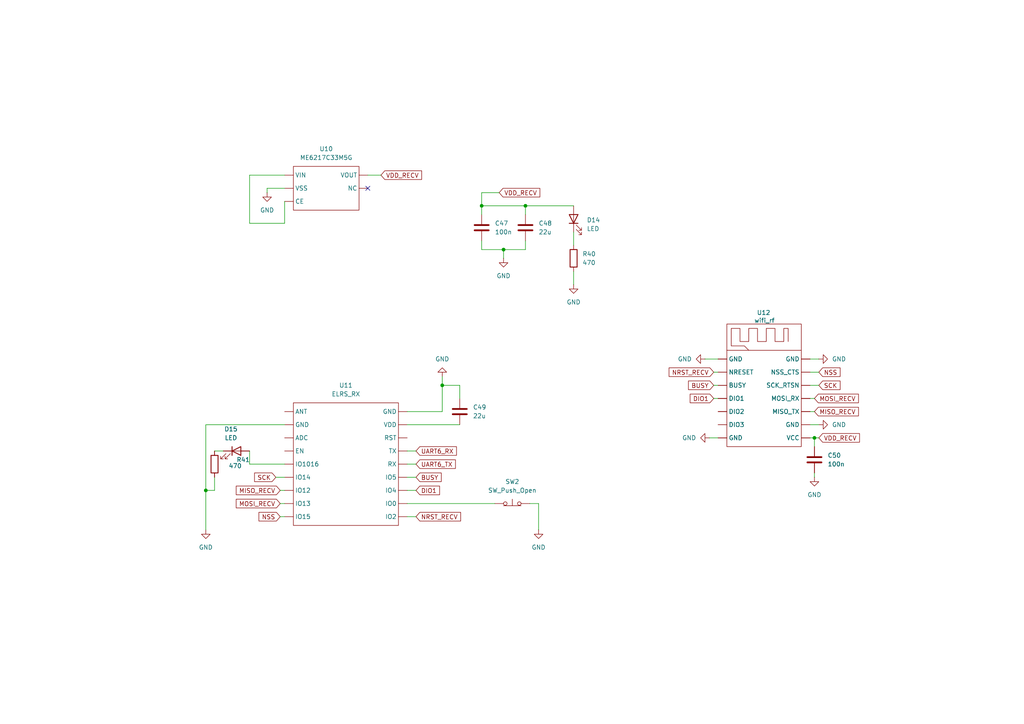
<source format=kicad_sch>
(kicad_sch (version 20250114) (generator "eeschema") (generator_version "9.0")
  (paper "A4")
  (lib_symbols
    (symbol "Device:C" (pin_numbers (hide yes)) (pin_names (offset 0.254))
      (property "Reference" "C" (at 0.635 2.54 0))
      (property "Value" "C" (at 0.635 -2.54 0))
      (symbol "C_0_1"
        (polyline (pts (xy -2.032 0.762) (xy 2.032 0.762)) (stroke (width 0.508)))
        (polyline (pts (xy -2.032 -0.762) (xy 2.032 -0.762)) (stroke (width 0.508)))
      )
      (symbol "C_1_1"
        (pin passive line (at 0 3.81 270) (length 2.794) (name "~") (number "1"))
        (pin passive line (at 0 -3.81 90) (length 2.794) (name "~") (number "2"))
      )
    )
    (symbol "Device:LED" (pin_numbers (hide yes)) (pin_names (offset 1.016) (hide yes))
      (property "Reference" "D" (at 0 2.54 0))
      (property "Value" "LED" (at 0 -2.54 0))
      (symbol "LED_0_1"
        (polyline (pts (xy -3.048 -0.762) (xy -4.572 -2.286) (xy -3.81 -2.286) (xy -4.572 -2.286) (xy -4.572 -1.524)))
        (polyline (pts (xy -1.778 -0.762) (xy -3.302 -2.286) (xy -2.54 -2.286) (xy -3.302 -2.286) (xy -3.302 -1.524)))
        (polyline (pts (xy -1.27 0) (xy 1.27 0)))
        (polyline (pts (xy -1.27 -1.27) (xy -1.27 1.27)) (stroke (width 0.254)))
        (polyline (pts (xy 1.27 -1.27) (xy 1.27 1.27) (xy -1.27 0) (xy 1.27 -1.27)) (stroke (width 0.254)))
      )
      (symbol "LED_1_1"
        (pin passive line (at -3.81 0 0) (length 2.54) (name "K") (number "1"))
        (pin passive line (at 3.81 0 180) (length 2.54) (name "A") (number "2"))
      )
    )
    (symbol "Device:R" (pin_numbers (hide yes)) (pin_names (offset 0))
      (property "Reference" "R" (at 2.032 0 90))
      (property "Value" "R" (at 0 0 90))
      (symbol "R_0_1"
        (rectangle (start -1.016 -2.54) (end 1.016 2.54) (stroke (width 0.254)))
      )
      (symbol "R_1_1"
        (pin passive line (at 0 3.81 270) (length 1.27) (name "~") (number "1"))
        (pin passive line (at 0 -3.81 90) (length 1.27) (name "~") (number "2"))
      )
    )
    (symbol "Switch:SW_Push_Open" (pin_numbers (hide yes)) (pin_names (offset 1.016) (hide yes))
      (property "Reference" "SW" (at 0 2.54 0))
      (property "Value" "SW_Push_Open" (at 0 -1.905 0))
      (symbol "SW_Push_Open_0_1"
        (polyline (pts (xy -2.54 -0.635) (xy 2.54 -0.635)))
        (circle (center -2.032 0) (radius 0.508))
        (polyline (pts (xy 0 -0.635) (xy 0 1.27)))
        (circle (center 2.032 0) (radius 0.508))
        (pin passive line (at -5.08 0 0) (length 2.54) (name "A") (number "1"))
      )
      (symbol "SW_Push_Open_1_1"
        (pin passive line (at 5.08 0 180) (length 2.54) (name "B") (number "2"))
      )
    )
    (symbol "fclib:ME6217C33M5G"
      (property "Reference" "U" (at 0 0 0))
      (symbol "ME6217C33M5G_0_1"
        (rectangle (start 6.35 -3.81) (end 25.4 -16.51))
      )
      (symbol "ME6217C33M5G_1_1"
        (pin input line (at 3.81 -6.35 0) (length 2.54) (name "VIN") (number ""))
        (pin input line (at 3.81 -10.16 0) (length 2.54) (name "VSS") (number ""))
        (pin input line (at 3.81 -13.97 0) (length 2.54) (name "CE") (number ""))
        (pin input line (at 27.94 -6.35 180) (length 2.54) (name "VOUT") (number ""))
        (pin input line (at 27.94 -10.16 180) (length 2.54) (name "NC") (number ""))
      )
    )
    (symbol "fclib:RF_2.4"
      (property "Reference" "U13" (at 14.605 3.81 0))
      (property "Value" "~" (at 14.605 1.27 0))
      (symbol "RF_2.4_0_1"
        (rectangle (start 3.81 2.54) (end 25.4 -33.02))
        (polyline (pts (xy 3.81 -5.08) (xy 25.4 -5.08)))
        (polyline (pts (xy 10.16 -5.08) (xy 8.89 -3.81) (xy 5.08 -3.81) (xy 5.08 1.27) (xy 7.62 1.27) (xy 7.62 -2.54) (xy 10.16 -2.54) (xy 10.16 1.27) (xy 12.7 1.27) (xy 12.7 -2.54) (xy 15.24 -2.54) (xy 15.24 1.27) (xy 17.78 1.27) (xy 17.78 -2.54) (xy 20.32 -2.54) (xy 20.32 1.27) (xy 21.59 1.27) (xy 21.59 -2.54)))
      )
      (symbol "RF_2.4_1_1"
        (pin input line (at 1.27 -7.62 0) (length 2.54) (name "GND") (number ""))
        (pin input line (at 1.27 -11.43 0) (length 2.54) (name "NRESET") (number ""))
        (pin input line (at 1.27 -15.24 0) (length 2.54) (name "BUSY") (number ""))
        (pin input line (at 1.27 -19.05 0) (length 2.54) (name "DIO1") (number ""))
        (pin input line (at 1.27 -22.86 0) (length 2.54) (name "DIO2") (number ""))
        (pin input line (at 1.27 -26.67 0) (length 2.54) (name "DIO3") (number ""))
        (pin input line (at 1.27 -30.48 0) (length 2.54) (name "GND") (number ""))
        (pin input line (at 27.94 -7.62 180) (length 2.54) (name "GND") (number ""))
        (pin input line (at 27.94 -11.43 180) (length 2.54) (name "NSS_CTS") (number ""))
        (pin input line (at 27.94 -15.24 180) (length 2.54) (name "SCK_RTSN") (number ""))
        (pin input line (at 27.94 -19.05 180) (length 2.54) (name "MOSI_RX") (number ""))
        (pin input line (at 27.94 -22.86 180) (length 2.54) (name "MISO_TX") (number ""))
        (pin input line (at 27.94 -26.67 180) (length 2.54) (name "GND") (number ""))
        (pin input line (at 27.94 -30.48 180) (length 2.54) (name "VCC") (number ""))
      )
    )
    (symbol "fclib:elrs_rx"
      (property "Reference" "U" (at 0 0 0))
      (symbol "elrs_rx_0_1"
        (rectangle (start 10.16 -5.08) (end 40.64 -40.64))
      )
      (symbol "elrs_rx_1_1"
        (pin input line (at 7.62 -7.62 0) (length 2.54) (name "ANT") (number ""))
        (pin input line (at 7.62 -11.43 0) (length 2.54) (name "GND") (number ""))
        (pin input line (at 7.62 -15.24 0) (length 2.54) (name "ADC") (number ""))
        (pin input line (at 7.62 -19.05 0) (length 2.54) (name "EN") (number ""))
        (pin input line (at 7.62 -22.86 0) (length 2.54) (name "IO1016") (number ""))
        (pin input line (at 7.62 -26.67 0) (length 2.54) (name "IO14") (number ""))
        (pin input line (at 7.62 -30.48 0) (length 2.54) (name "IO12") (number ""))
        (pin input line (at 7.62 -34.29 0) (length 2.54) (name "IO13") (number ""))
        (pin input line (at 7.62 -38.1 0) (length 2.54) (name "IO15") (number ""))
        (pin input line (at 43.18 -7.62 180) (length 2.54) (name "GND") (number ""))
        (pin input line (at 43.18 -11.43 180) (length 2.54) (name "VDD") (number ""))
        (pin input line (at 43.18 -15.24 180) (length 2.54) (name "RST") (number ""))
        (pin input line (at 43.18 -19.05 180) (length 2.54) (name "TX") (number ""))
        (pin input line (at 43.18 -22.86 180) (length 2.54) (name "RX") (number ""))
        (pin input line (at 43.18 -26.67 180) (length 2.54) (name "IO5") (number ""))
        (pin input line (at 43.18 -30.48 180) (length 2.54) (name "IO4") (number ""))
        (pin input line (at 43.18 -34.29 180) (length 2.54) (name "IO0") (number ""))
        (pin input line (at 43.18 -38.1 180) (length 2.54) (name "IO2") (number ""))
      )
    )
    (symbol "power:GND" (power) (pin_numbers (hide yes)) (pin_names (offset 0) (hide yes))
      (property "Value" "GND" (at 0 -3.81 0))
      (symbol "GND_0_1"
        (polyline (pts (xy 0 0) (xy 0 -1.27) (xy 1.27 -1.27) (xy 0 -2.54) (xy -1.27 -1.27) (xy 0 -1.27)))
      )
      (symbol "GND_1_1"
        (pin power_in line (at 0 0 270) (length 0) (name "~") (number "1"))
      )
    )
  )
  (junction (at 146.05 72.39))
  (junction (at 128.27 111.76))
  (junction (at 152.4 59.69))
  (junction (at 139.7 59.69))
  (junction (at 59.69 142.24))
  (junction (at 236.22 127))
  (no_connect (at 106.68 54.61))
  (wire (pts (xy 128.27 119.38) (xy 128.27 111.76)))
  (wire (pts (xy 234.95 104.14) (xy 237.49 104.14)))
  (wire (pts (xy 106.68 50.8) (xy 110.49 50.8)))
  (wire (pts (xy 139.7 69.85) (xy 139.7 72.39)))
  (wire (pts (xy 77.47 55.88) (xy 77.47 54.61)))
  (wire (pts (xy 59.69 123.19) (xy 59.69 142.24)))
  (wire (pts (xy 236.22 137.16) (xy 236.22 138.43)))
  (wire (pts (xy 77.47 54.61) (xy 82.55 54.61)))
  (wire (pts (xy 128.27 111.76) (xy 128.27 109.22)))
  (wire (pts (xy 156.21 146.05) (xy 156.21 153.67)))
  (wire (pts (xy 81.28 142.24) (xy 82.55 142.24)))
  (wire (pts (xy 62.23 142.24) (xy 59.69 142.24)))
  (wire (pts (xy 207.01 107.95) (xy 208.28 107.95)))
  (wire (pts (xy 62.23 130.81) (xy 64.77 130.81)))
  (wire (pts (xy 72.39 130.81) (xy 72.39 134.62)))
  (wire (pts (xy 82.55 123.19) (xy 59.69 123.19)))
  (wire (pts (xy 133.35 111.76) (xy 128.27 111.76)))
  (wire (pts (xy 234.95 119.38) (xy 236.22 119.38)))
  (wire (pts (xy 118.11 123.19) (xy 133.35 123.19)))
  (wire (pts (xy 82.55 64.77) (xy 72.39 64.77)))
  (wire (pts (xy 72.39 50.8) (xy 82.55 50.8)))
  (wire (pts (xy 139.7 59.69) (xy 139.7 62.23)))
  (wire (pts (xy 234.95 107.95) (xy 237.49 107.95)))
  (wire (pts (xy 207.01 111.76) (xy 208.28 111.76)))
  (wire (pts (xy 152.4 69.85) (xy 152.4 72.39)))
  (wire (pts (xy 72.39 64.77) (xy 72.39 50.8)))
  (wire (pts (xy 166.37 78.74) (xy 166.37 82.55)))
  (wire (pts (xy 59.69 142.24) (xy 59.69 153.67)))
  (wire (pts (xy 152.4 62.23) (xy 152.4 59.69)))
  (wire (pts (xy 118.11 142.24) (xy 120.65 142.24)))
  (wire (pts (xy 118.11 138.43) (xy 120.65 138.43)))
  (wire (pts (xy 62.23 138.43) (xy 62.23 142.24)))
  (wire (pts (xy 234.95 123.19) (xy 237.49 123.19)))
  (wire (pts (xy 118.11 134.62) (xy 120.65 134.62)))
  (wire (pts (xy 144.78 55.88) (xy 139.7 55.88)))
  (wire (pts (xy 166.37 67.31) (xy 166.37 71.12)))
  (wire (pts (xy 81.28 146.05) (xy 82.55 146.05)))
  (wire (pts (xy 81.28 149.86) (xy 82.55 149.86)))
  (wire (pts (xy 72.39 134.62) (xy 82.55 134.62)))
  (wire (pts (xy 204.47 104.14) (xy 208.28 104.14)))
  (wire (pts (xy 80.01 138.43) (xy 82.55 138.43)))
  (wire (pts (xy 234.95 111.76) (xy 237.49 111.76)))
  (wire (pts (xy 152.4 59.69) (xy 166.37 59.69)))
  (wire (pts (xy 236.22 127) (xy 237.49 127)))
  (wire (pts (xy 152.4 72.39) (xy 146.05 72.39)))
  (wire (pts (xy 152.4 59.69) (xy 139.7 59.69)))
  (wire (pts (xy 205.74 127) (xy 208.28 127)))
  (wire (pts (xy 207.01 115.57) (xy 208.28 115.57)))
  (wire (pts (xy 139.7 55.88) (xy 139.7 59.69)))
  (wire (pts (xy 118.11 130.81) (xy 120.65 130.81)))
  (wire (pts (xy 139.7 72.39) (xy 146.05 72.39)))
  (wire (pts (xy 118.11 149.86) (xy 120.65 149.86)))
  (wire (pts (xy 118.11 119.38) (xy 128.27 119.38)))
  (wire (pts (xy 133.35 115.57) (xy 133.35 111.76)))
  (wire (pts (xy 236.22 127) (xy 236.22 129.54)))
  (wire (pts (xy 118.11 146.05) (xy 143.51 146.05)))
  (wire (pts (xy 234.95 115.57) (xy 236.22 115.57)))
  (wire (pts (xy 146.05 72.39) (xy 146.05 74.93)))
  (wire (pts (xy 234.95 127) (xy 236.22 127)))
  (wire (pts (xy 156.21 146.05) (xy 153.67 146.05)))
  (wire (pts (xy 82.55 58.42) (xy 82.55 64.77)))
  (global_label "VDD_RECV" (shape input) (at 237.49 127 0) (property "Intersheetrefs" "${INTERSHEET_REFS}" (effects (hide yes))))
  (global_label "NSS" (shape input) (at 237.49 107.95 0) (property "Intersheetrefs" "${INTERSHEET_REFS}" (effects (hide yes))))
  (global_label "UART6_RX" (shape input) (at 120.65 130.81 0) (property "Intersheetrefs" "${INTERSHEET_REFS}" (effects (hide yes))))
  (global_label "DIO1" (shape input) (at 207.01 115.57 180) (property "Intersheetrefs" "${INTERSHEET_REFS}" (effects (hide yes))))
  (global_label "DIO1" (shape input) (at 120.65 142.24 0) (property "Intersheetrefs" "${INTERSHEET_REFS}" (effects (hide yes))))
  (global_label "MISO_RECV" (shape input) (at 81.28 142.24 180) (property "Intersheetrefs" "${INTERSHEET_REFS}" (effects (hide yes))))
  (global_label "SCK" (shape input) (at 237.49 111.76 0) (property "Intersheetrefs" "${INTERSHEET_REFS}" (effects (hide yes))))
  (global_label "UART6_TX" (shape input) (at 120.65 134.62 0) (property "Intersheetrefs" "${INTERSHEET_REFS}" (effects (hide yes))))
  (global_label "NSS" (shape input) (at 81.28 149.86 180) (property "Intersheetrefs" "${INTERSHEET_REFS}" (effects (hide yes))))
  (global_label "MISO_RECV" (shape input) (at 236.22 119.38 0) (property "Intersheetrefs" "${INTERSHEET_REFS}" (effects (hide yes))))
  (global_label "VDD_RECV" (shape input) (at 110.49 50.8 0) (property "Intersheetrefs" "${INTERSHEET_REFS}" (effects (hide yes))))
  (global_label "MOSI_RECV" (shape input) (at 81.28 146.05 180) (property "Intersheetrefs" "${INTERSHEET_REFS}" (effects (hide yes))))
  (global_label "BUSY" (shape input) (at 120.65 138.43 0) (property "Intersheetrefs" "${INTERSHEET_REFS}" (effects (hide yes))))
  (global_label "VDD_RECV" (shape input) (at 144.78 55.88 0) (property "Intersheetrefs" "${INTERSHEET_REFS}" (effects (hide yes))))
  (global_label "NRST_RECV" (shape input) (at 120.65 149.86 0) (property "Intersheetrefs" "${INTERSHEET_REFS}" (effects (hide yes))))
  (global_label "NRST_RECV" (shape input) (at 207.01 107.95 180) (property "Intersheetrefs" "${INTERSHEET_REFS}" (effects (hide yes))))
  (global_label "SCK" (shape input) (at 80.01 138.43 180) (property "Intersheetrefs" "${INTERSHEET_REFS}" (effects (hide yes))))
  (global_label "MOSI_RECV" (shape input) (at 236.22 115.57 0) (property "Intersheetrefs" "${INTERSHEET_REFS}" (effects (hide yes))))
  (global_label "BUSY" (shape input) (at 207.01 111.76 180) (property "Intersheetrefs" "${INTERSHEET_REFS}" (effects (hide yes))))
  (symbol (lib_id "Device:C") (at 152.4 66.04 0) (unit 1)
    (property "Reference" "C48" (at 156.21 64.7699 0) (effects (justify left)))
    (property "Value" "22u" (at 156.21 67.3099 0) (effects (justify left)))
    (property "Description" "Unpolarized capacitor" (effects (hide yes)))
  )
  (symbol (lib_id "power:GND") (at 146.05 74.93 0) (unit 1)
    (property "Reference" "#PWR042" (effects (hide yes)))
    (property "Value" "GND" (at 146.05 80.01 0))
    (property "Description" "Power symbol creates a global label with name \"GND\" , ground" (effects (hide yes)))
  )
  (symbol (lib_id "power:GND") (at 205.74 127 270) (unit 1)
    (property "Reference" "#PWR048" (effects (hide yes)))
    (property "Value" "GND" (at 201.93 126.9999 90) (effects (justify right)))
    (property "Description" "Power symbol creates a global label with name \"GND\" , ground" (effects (hide yes)))
  )
  (symbol (lib_id "power:GND") (at 59.69 153.67 0) (unit 1)
    (property "Reference" "#PWR045" (effects (hide yes)))
    (property "Value" "GND" (at 59.69 158.75 0))
    (property "Description" "Power symbol creates a global label with name \"GND\" , ground" (effects (hide yes)))
  )
  (symbol (lib_id "Device:C") (at 236.22 133.35 0) (unit 1)
    (property "Reference" "C50" (at 240.03 132.0799 0) (effects (justify left)))
    (property "Value" "100n" (at 240.03 134.6199 0) (effects (justify left)))
    (property "Description" "Unpolarized capacitor" (effects (hide yes)))
  )
  (symbol (lib_id "Device:LED") (at 68.58 130.81 0) (unit 1)
    (property "Reference" "D15" (at 66.9925 124.46 0))
    (property "Value" "LED" (at 66.9925 127 0))
    (property "Description" "Light emitting diode" (effects (hide yes)))
    (property "Sim.Pins" "1=K 2=A" (effects (hide yes)))
  )
  (symbol (lib_id "power:GND") (at 204.47 104.14 270) (unit 1)
    (property "Reference" "#PWR047" (effects (hide yes)))
    (property "Value" "GND" (at 200.66 104.1399 90) (effects (justify right)))
    (property "Description" "Power symbol creates a global label with name \"GND\" , ground" (effects (hide yes)))
  )
  (symbol (lib_id "power:GND") (at 156.21 153.67 0) (unit 1)
    (property "Reference" "#PWR046" (effects (hide yes)))
    (property "Value" "GND" (at 156.21 158.75 0))
    (property "Description" "Power symbol creates a global label with name \"GND\" , ground" (effects (hide yes)))
  )
  (symbol (lib_id "power:GND") (at 237.49 104.14 90) (unit 1)
    (property "Reference" "#PWR050" (effects (hide yes)))
    (property "Value" "GND" (at 241.3 104.1399 90) (effects (justify right)))
    (property "Description" "Power symbol creates a global label with name \"GND\" , ground" (effects (hide yes)))
  )
  (symbol (lib_id "Switch:SW_Push_Open") (at 148.59 146.05 0) (unit 1)
    (property "Reference" "SW2" (at 148.59 139.7 0))
    (property "Value" "SW_Push_Open" (at 148.59 142.24 0))
    (property "Description" "Push button switch, push-to-open, generic, two pins" (effects (hide yes)))
  )
  (symbol (lib_id "power:GND") (at 77.47 55.88 0) (unit 1)
    (property "Reference" "#PWR041" (effects (hide yes)))
    (property "Value" "GND" (at 77.47 60.96 0))
    (property "Description" "Power symbol creates a global label with name \"GND\" , ground" (effects (hide yes)))
  )
  (symbol (lib_id "power:GND") (at 166.37 82.55 0) (unit 1)
    (property "Reference" "#PWR043" (effects (hide yes)))
    (property "Value" "GND" (at 166.37 87.63 0))
    (property "Description" "Power symbol creates a global label with name \"GND\" , ground" (effects (hide yes)))
  )
  (symbol (lib_id "fclib:RF_2.4") (at 207.01 96.52 0) (unit 1)
    (property "Reference" "U12" (at 221.488 90.678 0))
    (property "Value" "wifi_rf" (at 221.742 92.964 0))
  )
  (symbol (lib_id "power:GND") (at 128.27 109.22 180) (unit 1)
    (property "Reference" "#PWR044" (effects (hide yes)))
    (property "Value" "GND" (at 128.27 104.14 0))
    (property "Description" "Power symbol creates a global label with name \"GND\" , ground" (effects (hide yes)))
  )
  (symbol (lib_id "fclib:ME6217C33M5G") (at 78.74 44.45 0) (unit 1)
    (property "Reference" "U10" (at 94.615 43.18 0))
    (property "Value" "ME6217C33M5G" (at 94.615 45.72 0))
  )
  (symbol (lib_id "Device:LED") (at 166.37 63.5 90) (unit 1)
    (property "Reference" "D14" (at 170.18 63.8174 90) (effects (justify right)))
    (property "Value" "LED" (at 170.18 66.3574 90) (effects (justify right)))
    (property "Description" "Light emitting diode" (effects (hide yes)))
    (property "Sim.Pins" "1=K 2=A" (effects (hide yes)))
  )
  (symbol (lib_id "Device:R") (at 62.23 134.62 0) (unit 1)
    (property "Reference" "R41" (at 68.58 133.35 0) (effects (justify left)))
    (property "Value" "470" (at 66.294 135.128 0) (effects (justify left)))
    (property "Footprint" "Resistor_SMD:R_0603_1608Metric" (effects (hide yes)))
    (property "Description" "Resistor" (effects (hide yes)))
  )
  (symbol (lib_id "Device:C") (at 133.35 119.38 0) (unit 1)
    (property "Reference" "C49" (at 137.16 118.1099 0) (effects (justify left)))
    (property "Value" "22u" (at 137.16 120.6499 0) (effects (justify left)))
    (property "Description" "Unpolarized capacitor" (effects (hide yes)))
  )
  (symbol (lib_id "Device:R") (at 166.37 74.93 0) (unit 1)
    (property "Reference" "R40" (at 168.91 73.6599 0) (effects (justify left)))
    (property "Value" "470" (at 168.91 76.1999 0) (effects (justify left)))
    (property "Footprint" "Resistor_SMD:R_0603_1608Metric" (effects (hide yes)))
    (property "Description" "Resistor" (effects (hide yes)))
  )
  (symbol (lib_id "power:GND") (at 237.49 123.19 90) (unit 1)
    (property "Reference" "#PWR049" (effects (hide yes)))
    (property "Value" "GND" (at 241.3 123.1899 90) (effects (justify right)))
    (property "Description" "Power symbol creates a global label with name \"GND\" , ground" (effects (hide yes)))
  )
  (symbol (lib_id "power:GND") (at 236.22 138.43 0) (unit 1)
    (property "Reference" "#PWR051" (effects (hide yes)))
    (property "Value" "GND" (at 236.22 143.51 0))
    (property "Description" "Power symbol creates a global label with name \"GND\" , ground" (effects (hide yes)))
  )
  (symbol (lib_id "Device:C") (at 139.7 66.04 0) (unit 1)
    (property "Reference" "C47" (at 143.51 64.7699 0) (effects (justify left)))
    (property "Value" "100n" (at 143.51 67.3099 0) (effects (justify left)))
    (property "Description" "Unpolarized capacitor" (effects (hide yes)))
  )
  (symbol (lib_id "fclib:elrs_rx") (at 74.93 111.76 0) (unit 1)
    (property "Reference" "U11" (at 100.33 111.76 0))
    (property "Value" "ELRS_RX" (at 100.33 114.3 0))
  )
)
</source>
